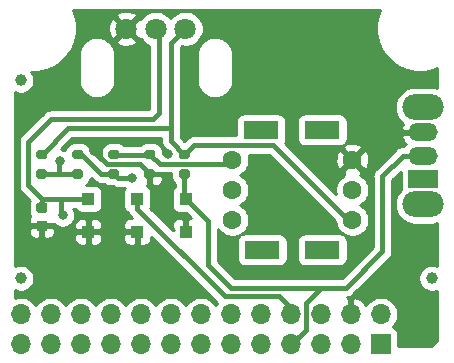
<source format=gbr>
G04 #@! TF.GenerationSoftware,KiCad,Pcbnew,(5.1.9)-1*
G04 #@! TF.CreationDate,2021-02-23T11:03:35+09:00*
G04 #@! TF.ProjectId,chassis,63686173-7369-4732-9e6b-696361645f70,rev?*
G04 #@! TF.SameCoordinates,Original*
G04 #@! TF.FileFunction,Copper,L1,Top*
G04 #@! TF.FilePolarity,Positive*
%FSLAX46Y46*%
G04 Gerber Fmt 4.6, Leading zero omitted, Abs format (unit mm)*
G04 Created by KiCad (PCBNEW (5.1.9)-1) date 2021-02-23 11:03:35*
%MOMM*%
%LPD*%
G01*
G04 APERTURE LIST*
G04 #@! TA.AperFunction,ComponentPad*
%ADD10C,1.800000*%
G04 #@! TD*
G04 #@! TA.AperFunction,SMDPad,CuDef*
%ADD11C,1.000000*%
G04 #@! TD*
G04 #@! TA.AperFunction,ComponentPad*
%ADD12R,3.000000X1.500000*%
G04 #@! TD*
G04 #@! TA.AperFunction,ComponentPad*
%ADD13C,1.600000*%
G04 #@! TD*
G04 #@! TA.AperFunction,SMDPad,CuDef*
%ADD14R,1.100000X1.100000*%
G04 #@! TD*
G04 #@! TA.AperFunction,ComponentPad*
%ADD15O,1.700000X1.700000*%
G04 #@! TD*
G04 #@! TA.AperFunction,ComponentPad*
%ADD16R,1.700000X1.700000*%
G04 #@! TD*
G04 #@! TA.AperFunction,ComponentPad*
%ADD17R,2.500000X1.500000*%
G04 #@! TD*
G04 #@! TA.AperFunction,ComponentPad*
%ADD18O,2.500000X1.500000*%
G04 #@! TD*
G04 #@! TA.AperFunction,ComponentPad*
%ADD19O,3.500000X2.200000*%
G04 #@! TD*
G04 #@! TA.AperFunction,ViaPad*
%ADD20C,0.800000*%
G04 #@! TD*
G04 #@! TA.AperFunction,Conductor*
%ADD21C,0.400000*%
G04 #@! TD*
G04 #@! TA.AperFunction,Conductor*
%ADD22C,0.254000*%
G04 #@! TD*
G04 #@! TA.AperFunction,Conductor*
%ADD23C,0.100000*%
G04 #@! TD*
G04 APERTURE END LIST*
D10*
X43474000Y-36782000D03*
X45974000Y-36782000D03*
X48474000Y-36782000D03*
D11*
X34544000Y-57912000D03*
X69342000Y-57912000D03*
X34544000Y-41148000D03*
D12*
X60071000Y-45339000D03*
X54881000Y-45339000D03*
X54991000Y-55499000D03*
X60071000Y-55499000D03*
D13*
X62611000Y-52959000D03*
X62611000Y-50419000D03*
X62611000Y-47879000D03*
X52451000Y-47879000D03*
X52451000Y-52959000D03*
X52451000Y-50419000D03*
D14*
X48514000Y-53978000D03*
X48514000Y-51178000D03*
X44386500Y-53978000D03*
X44386500Y-51178000D03*
X40259000Y-53978000D03*
X40259000Y-51178000D03*
G04 #@! TA.AperFunction,SMDPad,CuDef*
G36*
G01*
X36072000Y-53030000D02*
X36572000Y-53030000D01*
G75*
G02*
X36797000Y-53255000I0J-225000D01*
G01*
X36797000Y-53705000D01*
G75*
G02*
X36572000Y-53930000I-225000J0D01*
G01*
X36072000Y-53930000D01*
G75*
G02*
X35847000Y-53705000I0J225000D01*
G01*
X35847000Y-53255000D01*
G75*
G02*
X36072000Y-53030000I225000J0D01*
G01*
G37*
G04 #@! TD.AperFunction*
G04 #@! TA.AperFunction,SMDPad,CuDef*
G36*
G01*
X36072000Y-51480000D02*
X36572000Y-51480000D01*
G75*
G02*
X36797000Y-51705000I0J-225000D01*
G01*
X36797000Y-52155000D01*
G75*
G02*
X36572000Y-52380000I-225000J0D01*
G01*
X36072000Y-52380000D01*
G75*
G02*
X35847000Y-52155000I0J225000D01*
G01*
X35847000Y-51705000D01*
G75*
G02*
X36072000Y-51480000I225000J0D01*
G01*
G37*
G04 #@! TD.AperFunction*
G04 #@! TA.AperFunction,SMDPad,CuDef*
G36*
G01*
X48662000Y-47835000D02*
X48112000Y-47835000D01*
G75*
G02*
X47912000Y-47635000I0J200000D01*
G01*
X47912000Y-47235000D01*
G75*
G02*
X48112000Y-47035000I200000J0D01*
G01*
X48662000Y-47035000D01*
G75*
G02*
X48862000Y-47235000I0J-200000D01*
G01*
X48862000Y-47635000D01*
G75*
G02*
X48662000Y-47835000I-200000J0D01*
G01*
G37*
G04 #@! TD.AperFunction*
G04 #@! TA.AperFunction,SMDPad,CuDef*
G36*
G01*
X48662000Y-49485000D02*
X48112000Y-49485000D01*
G75*
G02*
X47912000Y-49285000I0J200000D01*
G01*
X47912000Y-48885000D01*
G75*
G02*
X48112000Y-48685000I200000J0D01*
G01*
X48662000Y-48685000D01*
G75*
G02*
X48862000Y-48885000I0J-200000D01*
G01*
X48862000Y-49285000D01*
G75*
G02*
X48662000Y-49485000I-200000J0D01*
G01*
G37*
G04 #@! TD.AperFunction*
G04 #@! TA.AperFunction,SMDPad,CuDef*
G36*
G01*
X45191000Y-48685000D02*
X45741000Y-48685000D01*
G75*
G02*
X45941000Y-48885000I0J-200000D01*
G01*
X45941000Y-49285000D01*
G75*
G02*
X45741000Y-49485000I-200000J0D01*
G01*
X45191000Y-49485000D01*
G75*
G02*
X44991000Y-49285000I0J200000D01*
G01*
X44991000Y-48885000D01*
G75*
G02*
X45191000Y-48685000I200000J0D01*
G01*
G37*
G04 #@! TD.AperFunction*
G04 #@! TA.AperFunction,SMDPad,CuDef*
G36*
G01*
X45191000Y-47035000D02*
X45741000Y-47035000D01*
G75*
G02*
X45941000Y-47235000I0J-200000D01*
G01*
X45941000Y-47635000D01*
G75*
G02*
X45741000Y-47835000I-200000J0D01*
G01*
X45191000Y-47835000D01*
G75*
G02*
X44991000Y-47635000I0J200000D01*
G01*
X44991000Y-47235000D01*
G75*
G02*
X45191000Y-47035000I200000J0D01*
G01*
G37*
G04 #@! TD.AperFunction*
G04 #@! TA.AperFunction,SMDPad,CuDef*
G36*
G01*
X42693000Y-47835000D02*
X42143000Y-47835000D01*
G75*
G02*
X41943000Y-47635000I0J200000D01*
G01*
X41943000Y-47235000D01*
G75*
G02*
X42143000Y-47035000I200000J0D01*
G01*
X42693000Y-47035000D01*
G75*
G02*
X42893000Y-47235000I0J-200000D01*
G01*
X42893000Y-47635000D01*
G75*
G02*
X42693000Y-47835000I-200000J0D01*
G01*
G37*
G04 #@! TD.AperFunction*
G04 #@! TA.AperFunction,SMDPad,CuDef*
G36*
G01*
X42693000Y-49485000D02*
X42143000Y-49485000D01*
G75*
G02*
X41943000Y-49285000I0J200000D01*
G01*
X41943000Y-48885000D01*
G75*
G02*
X42143000Y-48685000I200000J0D01*
G01*
X42693000Y-48685000D01*
G75*
G02*
X42893000Y-48885000I0J-200000D01*
G01*
X42893000Y-49285000D01*
G75*
G02*
X42693000Y-49485000I-200000J0D01*
G01*
G37*
G04 #@! TD.AperFunction*
G04 #@! TA.AperFunction,SMDPad,CuDef*
G36*
G01*
X39645000Y-47835000D02*
X39095000Y-47835000D01*
G75*
G02*
X38895000Y-47635000I0J200000D01*
G01*
X38895000Y-47235000D01*
G75*
G02*
X39095000Y-47035000I200000J0D01*
G01*
X39645000Y-47035000D01*
G75*
G02*
X39845000Y-47235000I0J-200000D01*
G01*
X39845000Y-47635000D01*
G75*
G02*
X39645000Y-47835000I-200000J0D01*
G01*
G37*
G04 #@! TD.AperFunction*
G04 #@! TA.AperFunction,SMDPad,CuDef*
G36*
G01*
X39645000Y-49485000D02*
X39095000Y-49485000D01*
G75*
G02*
X38895000Y-49285000I0J200000D01*
G01*
X38895000Y-48885000D01*
G75*
G02*
X39095000Y-48685000I200000J0D01*
G01*
X39645000Y-48685000D01*
G75*
G02*
X39845000Y-48885000I0J-200000D01*
G01*
X39845000Y-49285000D01*
G75*
G02*
X39645000Y-49485000I-200000J0D01*
G01*
G37*
G04 #@! TD.AperFunction*
G04 #@! TA.AperFunction,SMDPad,CuDef*
G36*
G01*
X36047000Y-48685000D02*
X36597000Y-48685000D01*
G75*
G02*
X36797000Y-48885000I0J-200000D01*
G01*
X36797000Y-49285000D01*
G75*
G02*
X36597000Y-49485000I-200000J0D01*
G01*
X36047000Y-49485000D01*
G75*
G02*
X35847000Y-49285000I0J200000D01*
G01*
X35847000Y-48885000D01*
G75*
G02*
X36047000Y-48685000I200000J0D01*
G01*
G37*
G04 #@! TD.AperFunction*
G04 #@! TA.AperFunction,SMDPad,CuDef*
G36*
G01*
X36047000Y-47035000D02*
X36597000Y-47035000D01*
G75*
G02*
X36797000Y-47235000I0J-200000D01*
G01*
X36797000Y-47635000D01*
G75*
G02*
X36597000Y-47835000I-200000J0D01*
G01*
X36047000Y-47835000D01*
G75*
G02*
X35847000Y-47635000I0J200000D01*
G01*
X35847000Y-47235000D01*
G75*
G02*
X36047000Y-47035000I200000J0D01*
G01*
G37*
G04 #@! TD.AperFunction*
D15*
X34544000Y-60960000D03*
X34544000Y-63500000D03*
X37084000Y-60960000D03*
X37084000Y-63500000D03*
X39624000Y-60960000D03*
X39624000Y-63500000D03*
X42164000Y-60960000D03*
X42164000Y-63500000D03*
X44704000Y-60960000D03*
X44704000Y-63500000D03*
X47244000Y-60960000D03*
X47244000Y-63500000D03*
X49784000Y-60960000D03*
X49784000Y-63500000D03*
X52324000Y-60960000D03*
X52324000Y-63500000D03*
X54864000Y-60960000D03*
X54864000Y-63500000D03*
X57404000Y-60960000D03*
X57404000Y-63500000D03*
X59944000Y-60960000D03*
X59944000Y-63500000D03*
X62484000Y-60960000D03*
X62484000Y-63500000D03*
X65024000Y-60960000D03*
D16*
X65024000Y-63500000D03*
D17*
X68580000Y-49530000D03*
D18*
X68580000Y-47530000D03*
X68580000Y-45530000D03*
D19*
X68580000Y-51630000D03*
X68580000Y-43430000D03*
D20*
X40767000Y-47107544D03*
X46609000Y-52578000D03*
X42545000Y-52578000D03*
X46990000Y-47371000D03*
X35052000Y-43561000D03*
X56261000Y-50927000D03*
X68580000Y-60960000D03*
X61468000Y-39624000D03*
X35052000Y-56388000D03*
X38100000Y-52578000D03*
X37846000Y-48006000D03*
X43942000Y-49403000D03*
D21*
X40767000Y-47231300D02*
X40767000Y-47107544D01*
X41795700Y-48260000D02*
X40767000Y-47231300D01*
X44641000Y-48260000D02*
X41795700Y-48260000D01*
X45466000Y-49085000D02*
X44641000Y-48260000D01*
X47180000Y-49085000D02*
X47193200Y-49098200D01*
X45466000Y-49085000D02*
X47180000Y-49085000D01*
X47244000Y-46292000D02*
X48387000Y-47435000D01*
X47244000Y-45720000D02*
X47244000Y-46292000D01*
X38545000Y-45212000D02*
X46990000Y-45212000D01*
X36322000Y-47435000D02*
X38545000Y-45212000D01*
X46990000Y-45212000D02*
X47244000Y-45212000D01*
X47244000Y-45212000D02*
X47244000Y-45720000D01*
X55880000Y-46609000D02*
X62611000Y-53340000D01*
X49213000Y-46609000D02*
X55880000Y-46609000D01*
X48387000Y-47435000D02*
X49213000Y-46609000D01*
X47244000Y-38012000D02*
X47244000Y-38608000D01*
X48474000Y-36782000D02*
X47244000Y-38012000D01*
X47244000Y-38608000D02*
X47244000Y-45212000D01*
X48387000Y-51051000D02*
X48514000Y-51178000D01*
X48387000Y-49085000D02*
X48387000Y-51051000D01*
X65151000Y-49276000D02*
X65151000Y-55626000D01*
X66897000Y-47530000D02*
X65151000Y-49276000D01*
X68580000Y-47530000D02*
X66897000Y-47530000D01*
X62075501Y-58701499D02*
X65151000Y-55626000D01*
X60352499Y-58701499D02*
X62075501Y-58701499D01*
X58654001Y-62249999D02*
X57404000Y-63500000D01*
X58654001Y-59963999D02*
X58654001Y-62249999D01*
X59916501Y-58701499D02*
X58654001Y-59963999D01*
X60352499Y-58701499D02*
X59916501Y-58701499D01*
X50419000Y-56769000D02*
X50419000Y-53083000D01*
X52351499Y-58701499D02*
X50419000Y-56769000D01*
X50419000Y-53083000D02*
X48514000Y-51178000D01*
X60352499Y-58701499D02*
X52351499Y-58701499D01*
X36322000Y-51178000D02*
X36322000Y-51930000D01*
X40386000Y-51178000D02*
X36322000Y-51178000D01*
X37976000Y-52454000D02*
X38100000Y-52578000D01*
X37976000Y-51178000D02*
X37976000Y-52454000D01*
X40386000Y-51178000D02*
X37976000Y-51178000D01*
X45720000Y-44450000D02*
X46228000Y-43942000D01*
X37084000Y-44450000D02*
X45720000Y-44450000D01*
X35179000Y-50038000D02*
X35179000Y-46355000D01*
X36319000Y-51178000D02*
X35179000Y-50038000D01*
X46228000Y-37290000D02*
X45974000Y-37036000D01*
X35179000Y-46355000D02*
X37084000Y-44450000D01*
X37976000Y-51178000D02*
X36319000Y-51178000D01*
X46228000Y-37036000D02*
X45974000Y-36782000D01*
X46228000Y-38354000D02*
X46228000Y-37036000D01*
X46228000Y-43942000D02*
X46228000Y-38354000D01*
X46228000Y-38354000D02*
X46228000Y-37290000D01*
X57404000Y-60452000D02*
X57404000Y-60960000D01*
X56388000Y-59436000D02*
X57404000Y-60452000D01*
X51787000Y-59436000D02*
X56388000Y-59436000D01*
X44386500Y-52035500D02*
X51787000Y-59436000D01*
X44386500Y-51178000D02*
X44386500Y-52035500D01*
X37782000Y-48070000D02*
X37846000Y-48006000D01*
X37782000Y-49085000D02*
X37782000Y-48070000D01*
X36322000Y-49085000D02*
X37782000Y-49085000D01*
X37782000Y-49085000D02*
X39370000Y-49085000D01*
X42736000Y-49403000D02*
X42418000Y-49085000D01*
X43942000Y-49403000D02*
X42736000Y-49403000D01*
X41338000Y-49085000D02*
X42418000Y-49085000D01*
X39688000Y-47435000D02*
X41338000Y-49085000D01*
X39370000Y-47435000D02*
X39688000Y-47435000D01*
X42418000Y-47435000D02*
X45466000Y-47435000D01*
X46291000Y-48260000D02*
X45466000Y-47435000D01*
X52451000Y-48260000D02*
X46291000Y-48260000D01*
D22*
X66691928Y-50280000D02*
X66703008Y-50392496D01*
X66697234Y-50397234D01*
X66480421Y-50661422D01*
X66319314Y-50962832D01*
X66220105Y-51289881D01*
X66186606Y-51630000D01*
X66220105Y-51970119D01*
X66319314Y-52297168D01*
X66480421Y-52598578D01*
X66697234Y-52862766D01*
X66961422Y-53079579D01*
X67262832Y-53240686D01*
X67589881Y-53339895D01*
X67844775Y-53365000D01*
X69315225Y-53365000D01*
X69570119Y-53339895D01*
X69815001Y-53265611D01*
X69815001Y-56879408D01*
X69673067Y-56820617D01*
X69453788Y-56777000D01*
X69230212Y-56777000D01*
X69010933Y-56820617D01*
X68804376Y-56906176D01*
X68618480Y-57030388D01*
X68460388Y-57188480D01*
X68336176Y-57374376D01*
X68250617Y-57580933D01*
X68207000Y-57800212D01*
X68207000Y-58023788D01*
X68250617Y-58243067D01*
X68336176Y-58449624D01*
X68460388Y-58635520D01*
X68618480Y-58793612D01*
X68804376Y-58917824D01*
X69010933Y-59003383D01*
X69230212Y-59047000D01*
X69453788Y-59047000D01*
X69673067Y-59003383D01*
X69815001Y-58944592D01*
X69815001Y-62700022D01*
X69790073Y-62954259D01*
X69739464Y-63121883D01*
X69657263Y-63276481D01*
X69546599Y-63412169D01*
X69411686Y-63523778D01*
X69257664Y-63607058D01*
X69090397Y-63658835D01*
X68841458Y-63685000D01*
X66512072Y-63685000D01*
X66512072Y-62650000D01*
X66499812Y-62525518D01*
X66463502Y-62405820D01*
X66404537Y-62295506D01*
X66325185Y-62198815D01*
X66228494Y-62119463D01*
X66118180Y-62060498D01*
X66045620Y-62038487D01*
X66177475Y-61906632D01*
X66339990Y-61663411D01*
X66451932Y-61393158D01*
X66509000Y-61106260D01*
X66509000Y-60813740D01*
X66451932Y-60526842D01*
X66339990Y-60256589D01*
X66177475Y-60013368D01*
X65970632Y-59806525D01*
X65727411Y-59644010D01*
X65457158Y-59532068D01*
X65170260Y-59475000D01*
X64877740Y-59475000D01*
X64590842Y-59532068D01*
X64320589Y-59644010D01*
X64077368Y-59806525D01*
X63870525Y-60013368D01*
X63748805Y-60195534D01*
X63679178Y-60078645D01*
X63484269Y-59862412D01*
X63250920Y-59688359D01*
X62988099Y-59563175D01*
X62840890Y-59518524D01*
X62611000Y-59639845D01*
X62611000Y-60833000D01*
X62631000Y-60833000D01*
X62631000Y-61087000D01*
X62611000Y-61087000D01*
X62611000Y-61107000D01*
X62357000Y-61107000D01*
X62357000Y-61087000D01*
X62337000Y-61087000D01*
X62337000Y-60833000D01*
X62357000Y-60833000D01*
X62357000Y-59639845D01*
X62154148Y-59532793D01*
X62239190Y-59524417D01*
X62396588Y-59476671D01*
X62541647Y-59399135D01*
X62668792Y-59294790D01*
X62694947Y-59262920D01*
X65712427Y-56245441D01*
X65744291Y-56219291D01*
X65848636Y-56092146D01*
X65926172Y-55947087D01*
X65973918Y-55789689D01*
X65986000Y-55667019D01*
X65986000Y-55667009D01*
X65990039Y-55626001D01*
X65986000Y-55584993D01*
X65986000Y-49621867D01*
X66691928Y-48915940D01*
X66691928Y-50280000D01*
G04 #@! TA.AperFunction,Conductor*
D23*
G36*
X66691928Y-50280000D02*
G01*
X66703008Y-50392496D01*
X66697234Y-50397234D01*
X66480421Y-50661422D01*
X66319314Y-50962832D01*
X66220105Y-51289881D01*
X66186606Y-51630000D01*
X66220105Y-51970119D01*
X66319314Y-52297168D01*
X66480421Y-52598578D01*
X66697234Y-52862766D01*
X66961422Y-53079579D01*
X67262832Y-53240686D01*
X67589881Y-53339895D01*
X67844775Y-53365000D01*
X69315225Y-53365000D01*
X69570119Y-53339895D01*
X69815001Y-53265611D01*
X69815001Y-56879408D01*
X69673067Y-56820617D01*
X69453788Y-56777000D01*
X69230212Y-56777000D01*
X69010933Y-56820617D01*
X68804376Y-56906176D01*
X68618480Y-57030388D01*
X68460388Y-57188480D01*
X68336176Y-57374376D01*
X68250617Y-57580933D01*
X68207000Y-57800212D01*
X68207000Y-58023788D01*
X68250617Y-58243067D01*
X68336176Y-58449624D01*
X68460388Y-58635520D01*
X68618480Y-58793612D01*
X68804376Y-58917824D01*
X69010933Y-59003383D01*
X69230212Y-59047000D01*
X69453788Y-59047000D01*
X69673067Y-59003383D01*
X69815001Y-58944592D01*
X69815001Y-62700022D01*
X69790073Y-62954259D01*
X69739464Y-63121883D01*
X69657263Y-63276481D01*
X69546599Y-63412169D01*
X69411686Y-63523778D01*
X69257664Y-63607058D01*
X69090397Y-63658835D01*
X68841458Y-63685000D01*
X66512072Y-63685000D01*
X66512072Y-62650000D01*
X66499812Y-62525518D01*
X66463502Y-62405820D01*
X66404537Y-62295506D01*
X66325185Y-62198815D01*
X66228494Y-62119463D01*
X66118180Y-62060498D01*
X66045620Y-62038487D01*
X66177475Y-61906632D01*
X66339990Y-61663411D01*
X66451932Y-61393158D01*
X66509000Y-61106260D01*
X66509000Y-60813740D01*
X66451932Y-60526842D01*
X66339990Y-60256589D01*
X66177475Y-60013368D01*
X65970632Y-59806525D01*
X65727411Y-59644010D01*
X65457158Y-59532068D01*
X65170260Y-59475000D01*
X64877740Y-59475000D01*
X64590842Y-59532068D01*
X64320589Y-59644010D01*
X64077368Y-59806525D01*
X63870525Y-60013368D01*
X63748805Y-60195534D01*
X63679178Y-60078645D01*
X63484269Y-59862412D01*
X63250920Y-59688359D01*
X62988099Y-59563175D01*
X62840890Y-59518524D01*
X62611000Y-59639845D01*
X62611000Y-60833000D01*
X62631000Y-60833000D01*
X62631000Y-61087000D01*
X62611000Y-61087000D01*
X62611000Y-61107000D01*
X62357000Y-61107000D01*
X62357000Y-61087000D01*
X62337000Y-61087000D01*
X62337000Y-60833000D01*
X62357000Y-60833000D01*
X62357000Y-59639845D01*
X62154148Y-59532793D01*
X62239190Y-59524417D01*
X62396588Y-59476671D01*
X62541647Y-59399135D01*
X62668792Y-59294790D01*
X62694947Y-59262920D01*
X65712427Y-56245441D01*
X65744291Y-56219291D01*
X65848636Y-56092146D01*
X65926172Y-55947087D01*
X65973918Y-55789689D01*
X65986000Y-55667019D01*
X65986000Y-55667009D01*
X65990039Y-55626001D01*
X65986000Y-55584993D01*
X65986000Y-49621867D01*
X66691928Y-48915940D01*
X66691928Y-50280000D01*
G37*
G04 #@! TD.AperFunction*
D22*
X64742227Y-35615874D02*
X64599000Y-36335923D01*
X64599000Y-37070077D01*
X64742227Y-37790126D01*
X65023176Y-38468396D01*
X65431050Y-39078824D01*
X65950176Y-39597950D01*
X66560604Y-40005824D01*
X67238874Y-40286773D01*
X67958923Y-40430000D01*
X68693077Y-40430000D01*
X69413126Y-40286773D01*
X69815000Y-40120311D01*
X69815000Y-41794389D01*
X69570119Y-41720105D01*
X69315225Y-41695000D01*
X67844775Y-41695000D01*
X67589881Y-41720105D01*
X67262832Y-41819314D01*
X66961422Y-41980421D01*
X66697234Y-42197234D01*
X66480421Y-42461422D01*
X66319314Y-42762832D01*
X66220105Y-43089881D01*
X66186606Y-43430000D01*
X66220105Y-43770119D01*
X66319314Y-44097168D01*
X66480421Y-44398578D01*
X66697234Y-44662766D01*
X66889023Y-44820163D01*
X66857858Y-44866132D01*
X66751827Y-45117316D01*
X66737682Y-45188815D01*
X66860344Y-45403000D01*
X68453000Y-45403000D01*
X68453000Y-45383000D01*
X68707000Y-45383000D01*
X68707000Y-45403000D01*
X68727000Y-45403000D01*
X68727000Y-45657000D01*
X68707000Y-45657000D01*
X68707000Y-45677000D01*
X68453000Y-45677000D01*
X68453000Y-45657000D01*
X66860344Y-45657000D01*
X66737682Y-45871185D01*
X66751827Y-45942684D01*
X66857858Y-46193868D01*
X67010855Y-46419540D01*
X67119409Y-46526642D01*
X67095919Y-46545919D01*
X66973571Y-46695000D01*
X66938018Y-46695000D01*
X66897000Y-46690960D01*
X66855981Y-46695000D01*
X66733311Y-46707082D01*
X66575913Y-46754828D01*
X66430854Y-46832364D01*
X66303709Y-46936709D01*
X66277563Y-46968568D01*
X64589579Y-48656554D01*
X64557709Y-48682709D01*
X64466574Y-48793759D01*
X64453364Y-48809855D01*
X64375828Y-48954914D01*
X64328082Y-49112312D01*
X64311960Y-49276000D01*
X64316000Y-49317019D01*
X64316001Y-55280131D01*
X61729634Y-57866499D01*
X59957519Y-57866499D01*
X59916501Y-57862459D01*
X59875483Y-57866499D01*
X52697367Y-57866499D01*
X51254000Y-56423133D01*
X51254000Y-53750494D01*
X51336363Y-53873759D01*
X51536241Y-54073637D01*
X51771273Y-54230680D01*
X52032426Y-54338853D01*
X52309665Y-54394000D01*
X52592335Y-54394000D01*
X52869574Y-54338853D01*
X53112338Y-54238297D01*
X53039815Y-54297815D01*
X52960463Y-54394506D01*
X52901498Y-54504820D01*
X52865188Y-54624518D01*
X52852928Y-54749000D01*
X52852928Y-56249000D01*
X52865188Y-56373482D01*
X52901498Y-56493180D01*
X52960463Y-56603494D01*
X53039815Y-56700185D01*
X53136506Y-56779537D01*
X53246820Y-56838502D01*
X53366518Y-56874812D01*
X53491000Y-56887072D01*
X56491000Y-56887072D01*
X56615482Y-56874812D01*
X56735180Y-56838502D01*
X56845494Y-56779537D01*
X56942185Y-56700185D01*
X57021537Y-56603494D01*
X57080502Y-56493180D01*
X57116812Y-56373482D01*
X57129072Y-56249000D01*
X57129072Y-54749000D01*
X57116812Y-54624518D01*
X57080502Y-54504820D01*
X57021537Y-54394506D01*
X56942185Y-54297815D01*
X56845494Y-54218463D01*
X56735180Y-54159498D01*
X56615482Y-54123188D01*
X56491000Y-54110928D01*
X53491000Y-54110928D01*
X53366518Y-54123188D01*
X53246820Y-54159498D01*
X53199021Y-54185047D01*
X53365759Y-54073637D01*
X53565637Y-53873759D01*
X53722680Y-53638727D01*
X53830853Y-53377574D01*
X53886000Y-53100335D01*
X53886000Y-52817665D01*
X53830853Y-52540426D01*
X53722680Y-52279273D01*
X53565637Y-52044241D01*
X53365759Y-51844363D01*
X53133241Y-51689000D01*
X53365759Y-51533637D01*
X53565637Y-51333759D01*
X53722680Y-51098727D01*
X53830853Y-50837574D01*
X53886000Y-50560335D01*
X53886000Y-50277665D01*
X53830853Y-50000426D01*
X53722680Y-49739273D01*
X53565637Y-49504241D01*
X53365759Y-49304363D01*
X53133241Y-49149000D01*
X53365759Y-48993637D01*
X53565637Y-48793759D01*
X53722680Y-48558727D01*
X53830853Y-48297574D01*
X53886000Y-48020335D01*
X53886000Y-47737665D01*
X53830853Y-47460426D01*
X53824049Y-47444000D01*
X55534133Y-47444000D01*
X61176000Y-53085868D01*
X61176000Y-53100335D01*
X61231147Y-53377574D01*
X61339320Y-53638727D01*
X61496363Y-53873759D01*
X61696241Y-54073637D01*
X61862979Y-54185047D01*
X61815180Y-54159498D01*
X61695482Y-54123188D01*
X61571000Y-54110928D01*
X58571000Y-54110928D01*
X58446518Y-54123188D01*
X58326820Y-54159498D01*
X58216506Y-54218463D01*
X58119815Y-54297815D01*
X58040463Y-54394506D01*
X57981498Y-54504820D01*
X57945188Y-54624518D01*
X57932928Y-54749000D01*
X57932928Y-56249000D01*
X57945188Y-56373482D01*
X57981498Y-56493180D01*
X58040463Y-56603494D01*
X58119815Y-56700185D01*
X58216506Y-56779537D01*
X58326820Y-56838502D01*
X58446518Y-56874812D01*
X58571000Y-56887072D01*
X61571000Y-56887072D01*
X61695482Y-56874812D01*
X61815180Y-56838502D01*
X61925494Y-56779537D01*
X62022185Y-56700185D01*
X62101537Y-56603494D01*
X62160502Y-56493180D01*
X62196812Y-56373482D01*
X62209072Y-56249000D01*
X62209072Y-54749000D01*
X62196812Y-54624518D01*
X62160502Y-54504820D01*
X62101537Y-54394506D01*
X62022185Y-54297815D01*
X61949662Y-54238297D01*
X62192426Y-54338853D01*
X62469665Y-54394000D01*
X62752335Y-54394000D01*
X63029574Y-54338853D01*
X63290727Y-54230680D01*
X63525759Y-54073637D01*
X63725637Y-53873759D01*
X63882680Y-53638727D01*
X63990853Y-53377574D01*
X64046000Y-53100335D01*
X64046000Y-52817665D01*
X63990853Y-52540426D01*
X63882680Y-52279273D01*
X63725637Y-52044241D01*
X63525759Y-51844363D01*
X63293241Y-51689000D01*
X63525759Y-51533637D01*
X63725637Y-51333759D01*
X63882680Y-51098727D01*
X63990853Y-50837574D01*
X64046000Y-50560335D01*
X64046000Y-50277665D01*
X63990853Y-50000426D01*
X63882680Y-49739273D01*
X63725637Y-49504241D01*
X63525759Y-49304363D01*
X63291872Y-49148085D01*
X63352514Y-49115671D01*
X63424097Y-48871702D01*
X62611000Y-48058605D01*
X61797903Y-48871702D01*
X61869486Y-49115671D01*
X61933992Y-49146194D01*
X61931273Y-49147320D01*
X61696241Y-49304363D01*
X61496363Y-49504241D01*
X61339320Y-49739273D01*
X61231147Y-50000426D01*
X61176000Y-50277665D01*
X61176000Y-50560335D01*
X61216672Y-50764804D01*
X58401380Y-47949512D01*
X61170783Y-47949512D01*
X61212213Y-48229130D01*
X61307397Y-48495292D01*
X61374329Y-48620514D01*
X61618298Y-48692097D01*
X62431395Y-47879000D01*
X62790605Y-47879000D01*
X63603702Y-48692097D01*
X63847671Y-48620514D01*
X63968571Y-48365004D01*
X64037300Y-48090816D01*
X64051217Y-47808488D01*
X64009787Y-47528870D01*
X63914603Y-47262708D01*
X63847671Y-47137486D01*
X63603702Y-47065903D01*
X62790605Y-47879000D01*
X62431395Y-47879000D01*
X61618298Y-47065903D01*
X61374329Y-47137486D01*
X61253429Y-47392996D01*
X61184700Y-47667184D01*
X61170783Y-47949512D01*
X58401380Y-47949512D01*
X56904246Y-46452379D01*
X56911537Y-46443494D01*
X56970502Y-46333180D01*
X57006812Y-46213482D01*
X57019072Y-46089000D01*
X57019072Y-44589000D01*
X57932928Y-44589000D01*
X57932928Y-46089000D01*
X57945188Y-46213482D01*
X57981498Y-46333180D01*
X58040463Y-46443494D01*
X58119815Y-46540185D01*
X58216506Y-46619537D01*
X58326820Y-46678502D01*
X58446518Y-46714812D01*
X58571000Y-46727072D01*
X61571000Y-46727072D01*
X61695482Y-46714812D01*
X61815180Y-46678502D01*
X61867000Y-46650803D01*
X61797903Y-46886298D01*
X62611000Y-47699395D01*
X63424097Y-46886298D01*
X63352514Y-46642329D01*
X63097004Y-46521429D01*
X62822816Y-46452700D01*
X62540488Y-46438783D01*
X62260870Y-46480213D01*
X61994708Y-46575397D01*
X61950461Y-46599048D01*
X62022185Y-46540185D01*
X62101537Y-46443494D01*
X62160502Y-46333180D01*
X62196812Y-46213482D01*
X62209072Y-46089000D01*
X62209072Y-44589000D01*
X62196812Y-44464518D01*
X62160502Y-44344820D01*
X62101537Y-44234506D01*
X62022185Y-44137815D01*
X61925494Y-44058463D01*
X61815180Y-43999498D01*
X61695482Y-43963188D01*
X61571000Y-43950928D01*
X58571000Y-43950928D01*
X58446518Y-43963188D01*
X58326820Y-43999498D01*
X58216506Y-44058463D01*
X58119815Y-44137815D01*
X58040463Y-44234506D01*
X57981498Y-44344820D01*
X57945188Y-44464518D01*
X57932928Y-44589000D01*
X57019072Y-44589000D01*
X57006812Y-44464518D01*
X56970502Y-44344820D01*
X56911537Y-44234506D01*
X56832185Y-44137815D01*
X56735494Y-44058463D01*
X56625180Y-43999498D01*
X56505482Y-43963188D01*
X56381000Y-43950928D01*
X53381000Y-43950928D01*
X53256518Y-43963188D01*
X53136820Y-43999498D01*
X53026506Y-44058463D01*
X52929815Y-44137815D01*
X52850463Y-44234506D01*
X52791498Y-44344820D01*
X52755188Y-44464518D01*
X52742928Y-44589000D01*
X52742928Y-45774000D01*
X49254007Y-45774000D01*
X49212999Y-45769961D01*
X49171991Y-45774000D01*
X49171981Y-45774000D01*
X49049311Y-45786082D01*
X48891913Y-45833828D01*
X48746854Y-45911364D01*
X48619709Y-46015709D01*
X48593558Y-46047574D01*
X48387000Y-46254132D01*
X48079000Y-45946133D01*
X48079000Y-45253019D01*
X48083040Y-45212000D01*
X48079000Y-45170981D01*
X48079000Y-38956593D01*
X49439000Y-38956593D01*
X49439001Y-41207408D01*
X49461211Y-41432913D01*
X49548984Y-41722261D01*
X49691520Y-41988927D01*
X49883340Y-42222661D01*
X50117074Y-42414481D01*
X50383740Y-42557017D01*
X50673088Y-42644790D01*
X50974000Y-42674427D01*
X51274913Y-42644790D01*
X51564261Y-42557017D01*
X51830927Y-42414481D01*
X52064661Y-42222661D01*
X52256481Y-41988927D01*
X52399017Y-41722261D01*
X52486790Y-41432913D01*
X52509000Y-41207408D01*
X52509000Y-38956592D01*
X52486790Y-38731087D01*
X52399017Y-38441739D01*
X52256481Y-38175073D01*
X52064661Y-37941339D01*
X51830926Y-37749519D01*
X51564260Y-37606983D01*
X51274912Y-37519210D01*
X50974000Y-37489573D01*
X50673087Y-37519210D01*
X50383739Y-37606983D01*
X50117073Y-37749519D01*
X49883339Y-37941339D01*
X49691519Y-38175074D01*
X49548983Y-38441740D01*
X49461210Y-38731088D01*
X49439000Y-38956593D01*
X48079000Y-38956593D01*
X48079000Y-38357867D01*
X48153539Y-38283329D01*
X48322816Y-38317000D01*
X48625184Y-38317000D01*
X48921743Y-38258011D01*
X49201095Y-38142299D01*
X49452505Y-37974312D01*
X49666312Y-37760505D01*
X49834299Y-37509095D01*
X49950011Y-37229743D01*
X50009000Y-36933184D01*
X50009000Y-36630816D01*
X49950011Y-36334257D01*
X49834299Y-36054905D01*
X49666312Y-35803495D01*
X49452505Y-35589688D01*
X49201095Y-35421701D01*
X48921743Y-35305989D01*
X48625184Y-35247000D01*
X48322816Y-35247000D01*
X48026257Y-35305989D01*
X47746905Y-35421701D01*
X47495495Y-35589688D01*
X47281688Y-35803495D01*
X47224000Y-35889831D01*
X47166312Y-35803495D01*
X46952505Y-35589688D01*
X46701095Y-35421701D01*
X46421743Y-35305989D01*
X46125184Y-35247000D01*
X45822816Y-35247000D01*
X45526257Y-35305989D01*
X45246905Y-35421701D01*
X44995495Y-35589688D01*
X44781688Y-35803495D01*
X44686262Y-35946310D01*
X44538080Y-35897525D01*
X43653605Y-36782000D01*
X44538080Y-37666475D01*
X44686262Y-37617690D01*
X44781688Y-37760505D01*
X44995495Y-37974312D01*
X45246905Y-38142299D01*
X45393000Y-38202814D01*
X45393000Y-38395018D01*
X45393001Y-38395028D01*
X45393000Y-43596133D01*
X45374133Y-43615000D01*
X37125018Y-43615000D01*
X37084000Y-43610960D01*
X37042981Y-43615000D01*
X36920311Y-43627082D01*
X36762913Y-43674828D01*
X36617854Y-43752364D01*
X36490709Y-43856709D01*
X36464563Y-43888568D01*
X34617574Y-45735559D01*
X34585710Y-45761709D01*
X34533067Y-45825855D01*
X34481364Y-45888855D01*
X34403828Y-46033914D01*
X34356082Y-46191312D01*
X34339960Y-46355000D01*
X34344001Y-46396028D01*
X34344000Y-49996981D01*
X34339960Y-50038000D01*
X34344000Y-50079018D01*
X34356082Y-50201688D01*
X34403828Y-50359086D01*
X34481364Y-50504145D01*
X34585709Y-50631291D01*
X34617579Y-50657446D01*
X35295603Y-51335470D01*
X35274625Y-51374717D01*
X35225512Y-51536623D01*
X35208928Y-51705000D01*
X35208928Y-52155000D01*
X35225512Y-52323377D01*
X35274625Y-52485283D01*
X35352700Y-52631351D01*
X35316463Y-52675506D01*
X35257498Y-52785820D01*
X35221188Y-52905518D01*
X35208928Y-53030000D01*
X35212000Y-53194250D01*
X35370750Y-53353000D01*
X36195000Y-53353000D01*
X36195000Y-53333000D01*
X36449000Y-53333000D01*
X36449000Y-53353000D01*
X37273250Y-53353000D01*
X37342270Y-53283981D01*
X37440226Y-53381937D01*
X37609744Y-53495205D01*
X37798102Y-53573226D01*
X37998061Y-53613000D01*
X38201939Y-53613000D01*
X38401898Y-53573226D01*
X38590256Y-53495205D01*
X38690835Y-53428000D01*
X39070928Y-53428000D01*
X39074000Y-53692250D01*
X39232750Y-53851000D01*
X40132000Y-53851000D01*
X40132000Y-52951750D01*
X40386000Y-52951750D01*
X40386000Y-53851000D01*
X41285250Y-53851000D01*
X41444000Y-53692250D01*
X41447072Y-53428000D01*
X41434812Y-53303518D01*
X41398502Y-53183820D01*
X41339537Y-53073506D01*
X41260185Y-52976815D01*
X41163494Y-52897463D01*
X41053180Y-52838498D01*
X40933482Y-52802188D01*
X40809000Y-52789928D01*
X40544750Y-52793000D01*
X40386000Y-52951750D01*
X40132000Y-52951750D01*
X39973250Y-52793000D01*
X39709000Y-52789928D01*
X39584518Y-52802188D01*
X39464820Y-52838498D01*
X39354506Y-52897463D01*
X39257815Y-52976815D01*
X39178463Y-53073506D01*
X39119498Y-53183820D01*
X39083188Y-53303518D01*
X39070928Y-53428000D01*
X38690835Y-53428000D01*
X38759774Y-53381937D01*
X38903937Y-53237774D01*
X39017205Y-53068256D01*
X39095226Y-52879898D01*
X39135000Y-52679939D01*
X39135000Y-52476061D01*
X39095226Y-52276102D01*
X39017205Y-52087744D01*
X38967263Y-52013000D01*
X39141317Y-52013000D01*
X39178463Y-52082494D01*
X39257815Y-52179185D01*
X39354506Y-52258537D01*
X39464820Y-52317502D01*
X39584518Y-52353812D01*
X39709000Y-52366072D01*
X40809000Y-52366072D01*
X40933482Y-52353812D01*
X41053180Y-52317502D01*
X41163494Y-52258537D01*
X41260185Y-52179185D01*
X41339537Y-52082494D01*
X41398502Y-51972180D01*
X41434812Y-51852482D01*
X41447072Y-51728000D01*
X41447072Y-50628000D01*
X41434812Y-50503518D01*
X41398502Y-50383820D01*
X41339537Y-50273506D01*
X41260185Y-50176815D01*
X41163494Y-50097463D01*
X41053180Y-50038498D01*
X40933482Y-50002188D01*
X40809000Y-49989928D01*
X40095460Y-49989928D01*
X40110608Y-49981831D01*
X40237606Y-49877606D01*
X40341831Y-49750608D01*
X40419278Y-49605716D01*
X40466969Y-49448500D01*
X40471780Y-49399648D01*
X40718559Y-49646426D01*
X40744709Y-49678291D01*
X40871854Y-49782636D01*
X41016913Y-49860172D01*
X41174311Y-49907918D01*
X41296981Y-49920000D01*
X41296991Y-49920000D01*
X41337999Y-49924039D01*
X41379007Y-49920000D01*
X41602051Y-49920000D01*
X41677392Y-49981831D01*
X41822284Y-50059278D01*
X41979500Y-50106969D01*
X42143000Y-50123072D01*
X42311829Y-50123072D01*
X42414913Y-50178172D01*
X42572311Y-50225918D01*
X42736000Y-50242040D01*
X42777018Y-50238000D01*
X43328715Y-50238000D01*
X43332840Y-50240756D01*
X43305963Y-50273506D01*
X43246998Y-50383820D01*
X43210688Y-50503518D01*
X43198428Y-50628000D01*
X43198428Y-51728000D01*
X43210688Y-51852482D01*
X43246998Y-51972180D01*
X43305963Y-52082494D01*
X43385315Y-52179185D01*
X43482006Y-52258537D01*
X43592320Y-52317502D01*
X43600197Y-52319891D01*
X43611328Y-52356586D01*
X43687698Y-52499463D01*
X43688865Y-52501646D01*
X43793210Y-52628791D01*
X43825074Y-52654941D01*
X43961514Y-52791381D01*
X43836500Y-52789928D01*
X43712018Y-52802188D01*
X43592320Y-52838498D01*
X43482006Y-52897463D01*
X43385315Y-52976815D01*
X43305963Y-53073506D01*
X43246998Y-53183820D01*
X43210688Y-53303518D01*
X43198428Y-53428000D01*
X43201500Y-53692250D01*
X43360250Y-53851000D01*
X44259500Y-53851000D01*
X44259500Y-53831000D01*
X44513500Y-53831000D01*
X44513500Y-53851000D01*
X44533500Y-53851000D01*
X44533500Y-54105000D01*
X44513500Y-54105000D01*
X44513500Y-55004250D01*
X44672250Y-55163000D01*
X44936500Y-55166072D01*
X45060982Y-55153812D01*
X45180680Y-55117502D01*
X45290994Y-55058537D01*
X45387685Y-54979185D01*
X45467037Y-54882494D01*
X45526002Y-54772180D01*
X45562312Y-54652482D01*
X45574572Y-54528000D01*
X45573119Y-54402986D01*
X51167559Y-59997427D01*
X51176081Y-60007812D01*
X51170525Y-60013368D01*
X51054000Y-60187760D01*
X50937475Y-60013368D01*
X50730632Y-59806525D01*
X50487411Y-59644010D01*
X50217158Y-59532068D01*
X49930260Y-59475000D01*
X49637740Y-59475000D01*
X49350842Y-59532068D01*
X49080589Y-59644010D01*
X48837368Y-59806525D01*
X48630525Y-60013368D01*
X48514000Y-60187760D01*
X48397475Y-60013368D01*
X48190632Y-59806525D01*
X47947411Y-59644010D01*
X47677158Y-59532068D01*
X47390260Y-59475000D01*
X47097740Y-59475000D01*
X46810842Y-59532068D01*
X46540589Y-59644010D01*
X46297368Y-59806525D01*
X46090525Y-60013368D01*
X45974000Y-60187760D01*
X45857475Y-60013368D01*
X45650632Y-59806525D01*
X45407411Y-59644010D01*
X45137158Y-59532068D01*
X44850260Y-59475000D01*
X44557740Y-59475000D01*
X44270842Y-59532068D01*
X44000589Y-59644010D01*
X43757368Y-59806525D01*
X43550525Y-60013368D01*
X43434000Y-60187760D01*
X43317475Y-60013368D01*
X43110632Y-59806525D01*
X42867411Y-59644010D01*
X42597158Y-59532068D01*
X42310260Y-59475000D01*
X42017740Y-59475000D01*
X41730842Y-59532068D01*
X41460589Y-59644010D01*
X41217368Y-59806525D01*
X41010525Y-60013368D01*
X40894000Y-60187760D01*
X40777475Y-60013368D01*
X40570632Y-59806525D01*
X40327411Y-59644010D01*
X40057158Y-59532068D01*
X39770260Y-59475000D01*
X39477740Y-59475000D01*
X39190842Y-59532068D01*
X38920589Y-59644010D01*
X38677368Y-59806525D01*
X38470525Y-60013368D01*
X38354000Y-60187760D01*
X38237475Y-60013368D01*
X38030632Y-59806525D01*
X37787411Y-59644010D01*
X37517158Y-59532068D01*
X37230260Y-59475000D01*
X36937740Y-59475000D01*
X36650842Y-59532068D01*
X36380589Y-59644010D01*
X36137368Y-59806525D01*
X35930525Y-60013368D01*
X35814000Y-60187760D01*
X35697475Y-60013368D01*
X35490632Y-59806525D01*
X35247411Y-59644010D01*
X34977158Y-59532068D01*
X34690260Y-59475000D01*
X34397740Y-59475000D01*
X34110842Y-59532068D01*
X34020000Y-59569696D01*
X34020000Y-58923467D01*
X34212933Y-59003383D01*
X34432212Y-59047000D01*
X34655788Y-59047000D01*
X34875067Y-59003383D01*
X35081624Y-58917824D01*
X35267520Y-58793612D01*
X35425612Y-58635520D01*
X35549824Y-58449624D01*
X35635383Y-58243067D01*
X35679000Y-58023788D01*
X35679000Y-57800212D01*
X35635383Y-57580933D01*
X35549824Y-57374376D01*
X35425612Y-57188480D01*
X35267520Y-57030388D01*
X35081624Y-56906176D01*
X34875067Y-56820617D01*
X34655788Y-56777000D01*
X34432212Y-56777000D01*
X34212933Y-56820617D01*
X34020000Y-56900533D01*
X34020000Y-53930000D01*
X35208928Y-53930000D01*
X35221188Y-54054482D01*
X35257498Y-54174180D01*
X35316463Y-54284494D01*
X35395815Y-54381185D01*
X35492506Y-54460537D01*
X35602820Y-54519502D01*
X35722518Y-54555812D01*
X35847000Y-54568072D01*
X36036250Y-54565000D01*
X36195000Y-54406250D01*
X36195000Y-53607000D01*
X36449000Y-53607000D01*
X36449000Y-54406250D01*
X36607750Y-54565000D01*
X36797000Y-54568072D01*
X36921482Y-54555812D01*
X37013165Y-54528000D01*
X39070928Y-54528000D01*
X39083188Y-54652482D01*
X39119498Y-54772180D01*
X39178463Y-54882494D01*
X39257815Y-54979185D01*
X39354506Y-55058537D01*
X39464820Y-55117502D01*
X39584518Y-55153812D01*
X39709000Y-55166072D01*
X39973250Y-55163000D01*
X40132000Y-55004250D01*
X40132000Y-54105000D01*
X40386000Y-54105000D01*
X40386000Y-55004250D01*
X40544750Y-55163000D01*
X40809000Y-55166072D01*
X40933482Y-55153812D01*
X41053180Y-55117502D01*
X41163494Y-55058537D01*
X41260185Y-54979185D01*
X41339537Y-54882494D01*
X41398502Y-54772180D01*
X41434812Y-54652482D01*
X41447072Y-54528000D01*
X43198428Y-54528000D01*
X43210688Y-54652482D01*
X43246998Y-54772180D01*
X43305963Y-54882494D01*
X43385315Y-54979185D01*
X43482006Y-55058537D01*
X43592320Y-55117502D01*
X43712018Y-55153812D01*
X43836500Y-55166072D01*
X44100750Y-55163000D01*
X44259500Y-55004250D01*
X44259500Y-54105000D01*
X43360250Y-54105000D01*
X43201500Y-54263750D01*
X43198428Y-54528000D01*
X41447072Y-54528000D01*
X41444000Y-54263750D01*
X41285250Y-54105000D01*
X40386000Y-54105000D01*
X40132000Y-54105000D01*
X39232750Y-54105000D01*
X39074000Y-54263750D01*
X39070928Y-54528000D01*
X37013165Y-54528000D01*
X37041180Y-54519502D01*
X37151494Y-54460537D01*
X37248185Y-54381185D01*
X37327537Y-54284494D01*
X37386502Y-54174180D01*
X37422812Y-54054482D01*
X37435072Y-53930000D01*
X37432000Y-53765750D01*
X37273250Y-53607000D01*
X36449000Y-53607000D01*
X36195000Y-53607000D01*
X35370750Y-53607000D01*
X35212000Y-53765750D01*
X35208928Y-53930000D01*
X34020000Y-53930000D01*
X34020000Y-42159467D01*
X34212933Y-42239383D01*
X34432212Y-42283000D01*
X34655788Y-42283000D01*
X34875067Y-42239383D01*
X35081624Y-42153824D01*
X35267520Y-42029612D01*
X35425612Y-41871520D01*
X35549824Y-41685624D01*
X35635383Y-41479067D01*
X35679000Y-41259788D01*
X35679000Y-41036212D01*
X35635383Y-40816933D01*
X35549824Y-40610376D01*
X35429300Y-40430000D01*
X35927077Y-40430000D01*
X36647126Y-40286773D01*
X37325396Y-40005824D01*
X37935824Y-39597950D01*
X38454950Y-39078824D01*
X38536621Y-38956593D01*
X39439000Y-38956593D01*
X39439001Y-41207408D01*
X39461211Y-41432913D01*
X39548984Y-41722261D01*
X39691520Y-41988927D01*
X39883340Y-42222661D01*
X40117074Y-42414481D01*
X40383740Y-42557017D01*
X40673088Y-42644790D01*
X40974000Y-42674427D01*
X41274913Y-42644790D01*
X41564261Y-42557017D01*
X41830927Y-42414481D01*
X42064661Y-42222661D01*
X42256481Y-41988927D01*
X42399017Y-41722261D01*
X42486790Y-41432913D01*
X42509000Y-41207408D01*
X42509000Y-38956592D01*
X42486790Y-38731087D01*
X42399017Y-38441739D01*
X42256481Y-38175073D01*
X42064661Y-37941339D01*
X41948587Y-37846080D01*
X42589525Y-37846080D01*
X42673208Y-38100261D01*
X42945775Y-38231158D01*
X43238642Y-38306365D01*
X43540553Y-38322991D01*
X43839907Y-38280397D01*
X44125199Y-38180222D01*
X44274792Y-38100261D01*
X44358475Y-37846080D01*
X43474000Y-36961605D01*
X42589525Y-37846080D01*
X41948587Y-37846080D01*
X41830926Y-37749519D01*
X41564260Y-37606983D01*
X41274912Y-37519210D01*
X40974000Y-37489573D01*
X40673087Y-37519210D01*
X40383739Y-37606983D01*
X40117073Y-37749519D01*
X39883339Y-37941339D01*
X39691519Y-38175074D01*
X39548983Y-38441740D01*
X39461210Y-38731088D01*
X39439000Y-38956593D01*
X38536621Y-38956593D01*
X38862824Y-38468396D01*
X39143773Y-37790126D01*
X39287000Y-37070077D01*
X39287000Y-36848553D01*
X41933009Y-36848553D01*
X41975603Y-37147907D01*
X42075778Y-37433199D01*
X42155739Y-37582792D01*
X42409920Y-37666475D01*
X43294395Y-36782000D01*
X42409920Y-35897525D01*
X42155739Y-35981208D01*
X42024842Y-36253775D01*
X41949635Y-36546642D01*
X41933009Y-36848553D01*
X39287000Y-36848553D01*
X39287000Y-36335923D01*
X39164072Y-35717920D01*
X42589525Y-35717920D01*
X43474000Y-36602395D01*
X44358475Y-35717920D01*
X44274792Y-35463739D01*
X44002225Y-35332842D01*
X43709358Y-35257635D01*
X43407447Y-35241009D01*
X43108093Y-35283603D01*
X42822801Y-35383778D01*
X42673208Y-35463739D01*
X42589525Y-35717920D01*
X39164072Y-35717920D01*
X39143773Y-35615874D01*
X38977311Y-35214000D01*
X64908689Y-35214000D01*
X64742227Y-35615874D01*
G04 #@! TA.AperFunction,Conductor*
D23*
G36*
X64742227Y-35615874D02*
G01*
X64599000Y-36335923D01*
X64599000Y-37070077D01*
X64742227Y-37790126D01*
X65023176Y-38468396D01*
X65431050Y-39078824D01*
X65950176Y-39597950D01*
X66560604Y-40005824D01*
X67238874Y-40286773D01*
X67958923Y-40430000D01*
X68693077Y-40430000D01*
X69413126Y-40286773D01*
X69815000Y-40120311D01*
X69815000Y-41794389D01*
X69570119Y-41720105D01*
X69315225Y-41695000D01*
X67844775Y-41695000D01*
X67589881Y-41720105D01*
X67262832Y-41819314D01*
X66961422Y-41980421D01*
X66697234Y-42197234D01*
X66480421Y-42461422D01*
X66319314Y-42762832D01*
X66220105Y-43089881D01*
X66186606Y-43430000D01*
X66220105Y-43770119D01*
X66319314Y-44097168D01*
X66480421Y-44398578D01*
X66697234Y-44662766D01*
X66889023Y-44820163D01*
X66857858Y-44866132D01*
X66751827Y-45117316D01*
X66737682Y-45188815D01*
X66860344Y-45403000D01*
X68453000Y-45403000D01*
X68453000Y-45383000D01*
X68707000Y-45383000D01*
X68707000Y-45403000D01*
X68727000Y-45403000D01*
X68727000Y-45657000D01*
X68707000Y-45657000D01*
X68707000Y-45677000D01*
X68453000Y-45677000D01*
X68453000Y-45657000D01*
X66860344Y-45657000D01*
X66737682Y-45871185D01*
X66751827Y-45942684D01*
X66857858Y-46193868D01*
X67010855Y-46419540D01*
X67119409Y-46526642D01*
X67095919Y-46545919D01*
X66973571Y-46695000D01*
X66938018Y-46695000D01*
X66897000Y-46690960D01*
X66855981Y-46695000D01*
X66733311Y-46707082D01*
X66575913Y-46754828D01*
X66430854Y-46832364D01*
X66303709Y-46936709D01*
X66277563Y-46968568D01*
X64589579Y-48656554D01*
X64557709Y-48682709D01*
X64466574Y-48793759D01*
X64453364Y-48809855D01*
X64375828Y-48954914D01*
X64328082Y-49112312D01*
X64311960Y-49276000D01*
X64316000Y-49317019D01*
X64316001Y-55280131D01*
X61729634Y-57866499D01*
X59957519Y-57866499D01*
X59916501Y-57862459D01*
X59875483Y-57866499D01*
X52697367Y-57866499D01*
X51254000Y-56423133D01*
X51254000Y-53750494D01*
X51336363Y-53873759D01*
X51536241Y-54073637D01*
X51771273Y-54230680D01*
X52032426Y-54338853D01*
X52309665Y-54394000D01*
X52592335Y-54394000D01*
X52869574Y-54338853D01*
X53112338Y-54238297D01*
X53039815Y-54297815D01*
X52960463Y-54394506D01*
X52901498Y-54504820D01*
X52865188Y-54624518D01*
X52852928Y-54749000D01*
X52852928Y-56249000D01*
X52865188Y-56373482D01*
X52901498Y-56493180D01*
X52960463Y-56603494D01*
X53039815Y-56700185D01*
X53136506Y-56779537D01*
X53246820Y-56838502D01*
X53366518Y-56874812D01*
X53491000Y-56887072D01*
X56491000Y-56887072D01*
X56615482Y-56874812D01*
X56735180Y-56838502D01*
X56845494Y-56779537D01*
X56942185Y-56700185D01*
X57021537Y-56603494D01*
X57080502Y-56493180D01*
X57116812Y-56373482D01*
X57129072Y-56249000D01*
X57129072Y-54749000D01*
X57116812Y-54624518D01*
X57080502Y-54504820D01*
X57021537Y-54394506D01*
X56942185Y-54297815D01*
X56845494Y-54218463D01*
X56735180Y-54159498D01*
X56615482Y-54123188D01*
X56491000Y-54110928D01*
X53491000Y-54110928D01*
X53366518Y-54123188D01*
X53246820Y-54159498D01*
X53199021Y-54185047D01*
X53365759Y-54073637D01*
X53565637Y-53873759D01*
X53722680Y-53638727D01*
X53830853Y-53377574D01*
X53886000Y-53100335D01*
X53886000Y-52817665D01*
X53830853Y-52540426D01*
X53722680Y-52279273D01*
X53565637Y-52044241D01*
X53365759Y-51844363D01*
X53133241Y-51689000D01*
X53365759Y-51533637D01*
X53565637Y-51333759D01*
X53722680Y-51098727D01*
X53830853Y-50837574D01*
X53886000Y-50560335D01*
X53886000Y-50277665D01*
X53830853Y-50000426D01*
X53722680Y-49739273D01*
X53565637Y-49504241D01*
X53365759Y-49304363D01*
X53133241Y-49149000D01*
X53365759Y-48993637D01*
X53565637Y-48793759D01*
X53722680Y-48558727D01*
X53830853Y-48297574D01*
X53886000Y-48020335D01*
X53886000Y-47737665D01*
X53830853Y-47460426D01*
X53824049Y-47444000D01*
X55534133Y-47444000D01*
X61176000Y-53085868D01*
X61176000Y-53100335D01*
X61231147Y-53377574D01*
X61339320Y-53638727D01*
X61496363Y-53873759D01*
X61696241Y-54073637D01*
X61862979Y-54185047D01*
X61815180Y-54159498D01*
X61695482Y-54123188D01*
X61571000Y-54110928D01*
X58571000Y-54110928D01*
X58446518Y-54123188D01*
X58326820Y-54159498D01*
X58216506Y-54218463D01*
X58119815Y-54297815D01*
X58040463Y-54394506D01*
X57981498Y-54504820D01*
X57945188Y-54624518D01*
X57932928Y-54749000D01*
X57932928Y-56249000D01*
X57945188Y-56373482D01*
X57981498Y-56493180D01*
X58040463Y-56603494D01*
X58119815Y-56700185D01*
X58216506Y-56779537D01*
X58326820Y-56838502D01*
X58446518Y-56874812D01*
X58571000Y-56887072D01*
X61571000Y-56887072D01*
X61695482Y-56874812D01*
X61815180Y-56838502D01*
X61925494Y-56779537D01*
X62022185Y-56700185D01*
X62101537Y-56603494D01*
X62160502Y-56493180D01*
X62196812Y-56373482D01*
X62209072Y-56249000D01*
X62209072Y-54749000D01*
X62196812Y-54624518D01*
X62160502Y-54504820D01*
X62101537Y-54394506D01*
X62022185Y-54297815D01*
X61949662Y-54238297D01*
X62192426Y-54338853D01*
X62469665Y-54394000D01*
X62752335Y-54394000D01*
X63029574Y-54338853D01*
X63290727Y-54230680D01*
X63525759Y-54073637D01*
X63725637Y-53873759D01*
X63882680Y-53638727D01*
X63990853Y-53377574D01*
X64046000Y-53100335D01*
X64046000Y-52817665D01*
X63990853Y-52540426D01*
X63882680Y-52279273D01*
X63725637Y-52044241D01*
X63525759Y-51844363D01*
X63293241Y-51689000D01*
X63525759Y-51533637D01*
X63725637Y-51333759D01*
X63882680Y-51098727D01*
X63990853Y-50837574D01*
X64046000Y-50560335D01*
X64046000Y-50277665D01*
X63990853Y-50000426D01*
X63882680Y-49739273D01*
X63725637Y-49504241D01*
X63525759Y-49304363D01*
X63291872Y-49148085D01*
X63352514Y-49115671D01*
X63424097Y-48871702D01*
X62611000Y-48058605D01*
X61797903Y-48871702D01*
X61869486Y-49115671D01*
X61933992Y-49146194D01*
X61931273Y-49147320D01*
X61696241Y-49304363D01*
X61496363Y-49504241D01*
X61339320Y-49739273D01*
X61231147Y-50000426D01*
X61176000Y-50277665D01*
X61176000Y-50560335D01*
X61216672Y-50764804D01*
X58401380Y-47949512D01*
X61170783Y-47949512D01*
X61212213Y-48229130D01*
X61307397Y-48495292D01*
X61374329Y-48620514D01*
X61618298Y-48692097D01*
X62431395Y-47879000D01*
X62790605Y-47879000D01*
X63603702Y-48692097D01*
X63847671Y-48620514D01*
X63968571Y-48365004D01*
X64037300Y-48090816D01*
X64051217Y-47808488D01*
X64009787Y-47528870D01*
X63914603Y-47262708D01*
X63847671Y-47137486D01*
X63603702Y-47065903D01*
X62790605Y-47879000D01*
X62431395Y-47879000D01*
X61618298Y-47065903D01*
X61374329Y-47137486D01*
X61253429Y-47392996D01*
X61184700Y-47667184D01*
X61170783Y-47949512D01*
X58401380Y-47949512D01*
X56904246Y-46452379D01*
X56911537Y-46443494D01*
X56970502Y-46333180D01*
X57006812Y-46213482D01*
X57019072Y-46089000D01*
X57019072Y-44589000D01*
X57932928Y-44589000D01*
X57932928Y-46089000D01*
X57945188Y-46213482D01*
X57981498Y-46333180D01*
X58040463Y-46443494D01*
X58119815Y-46540185D01*
X58216506Y-46619537D01*
X58326820Y-46678502D01*
X58446518Y-46714812D01*
X58571000Y-46727072D01*
X61571000Y-46727072D01*
X61695482Y-46714812D01*
X61815180Y-46678502D01*
X61867000Y-46650803D01*
X61797903Y-46886298D01*
X62611000Y-47699395D01*
X63424097Y-46886298D01*
X63352514Y-46642329D01*
X63097004Y-46521429D01*
X62822816Y-46452700D01*
X62540488Y-46438783D01*
X62260870Y-46480213D01*
X61994708Y-46575397D01*
X61950461Y-46599048D01*
X62022185Y-46540185D01*
X62101537Y-46443494D01*
X62160502Y-46333180D01*
X62196812Y-46213482D01*
X62209072Y-46089000D01*
X62209072Y-44589000D01*
X62196812Y-44464518D01*
X62160502Y-44344820D01*
X62101537Y-44234506D01*
X62022185Y-44137815D01*
X61925494Y-44058463D01*
X61815180Y-43999498D01*
X61695482Y-43963188D01*
X61571000Y-43950928D01*
X58571000Y-43950928D01*
X58446518Y-43963188D01*
X58326820Y-43999498D01*
X58216506Y-44058463D01*
X58119815Y-44137815D01*
X58040463Y-44234506D01*
X57981498Y-44344820D01*
X57945188Y-44464518D01*
X57932928Y-44589000D01*
X57019072Y-44589000D01*
X57006812Y-44464518D01*
X56970502Y-44344820D01*
X56911537Y-44234506D01*
X56832185Y-44137815D01*
X56735494Y-44058463D01*
X56625180Y-43999498D01*
X56505482Y-43963188D01*
X56381000Y-43950928D01*
X53381000Y-43950928D01*
X53256518Y-43963188D01*
X53136820Y-43999498D01*
X53026506Y-44058463D01*
X52929815Y-44137815D01*
X52850463Y-44234506D01*
X52791498Y-44344820D01*
X52755188Y-44464518D01*
X52742928Y-44589000D01*
X52742928Y-45774000D01*
X49254007Y-45774000D01*
X49212999Y-45769961D01*
X49171991Y-45774000D01*
X49171981Y-45774000D01*
X49049311Y-45786082D01*
X48891913Y-45833828D01*
X48746854Y-45911364D01*
X48619709Y-46015709D01*
X48593558Y-46047574D01*
X48387000Y-46254132D01*
X48079000Y-45946133D01*
X48079000Y-45253019D01*
X48083040Y-45212000D01*
X48079000Y-45170981D01*
X48079000Y-38956593D01*
X49439000Y-38956593D01*
X49439001Y-41207408D01*
X49461211Y-41432913D01*
X49548984Y-41722261D01*
X49691520Y-41988927D01*
X49883340Y-42222661D01*
X50117074Y-42414481D01*
X50383740Y-42557017D01*
X50673088Y-42644790D01*
X50974000Y-42674427D01*
X51274913Y-42644790D01*
X51564261Y-42557017D01*
X51830927Y-42414481D01*
X52064661Y-42222661D01*
X52256481Y-41988927D01*
X52399017Y-41722261D01*
X52486790Y-41432913D01*
X52509000Y-41207408D01*
X52509000Y-38956592D01*
X52486790Y-38731087D01*
X52399017Y-38441739D01*
X52256481Y-38175073D01*
X52064661Y-37941339D01*
X51830926Y-37749519D01*
X51564260Y-37606983D01*
X51274912Y-37519210D01*
X50974000Y-37489573D01*
X50673087Y-37519210D01*
X50383739Y-37606983D01*
X50117073Y-37749519D01*
X49883339Y-37941339D01*
X49691519Y-38175074D01*
X49548983Y-38441740D01*
X49461210Y-38731088D01*
X49439000Y-38956593D01*
X48079000Y-38956593D01*
X48079000Y-38357867D01*
X48153539Y-38283329D01*
X48322816Y-38317000D01*
X48625184Y-38317000D01*
X48921743Y-38258011D01*
X49201095Y-38142299D01*
X49452505Y-37974312D01*
X49666312Y-37760505D01*
X49834299Y-37509095D01*
X49950011Y-37229743D01*
X50009000Y-36933184D01*
X50009000Y-36630816D01*
X49950011Y-36334257D01*
X49834299Y-36054905D01*
X49666312Y-35803495D01*
X49452505Y-35589688D01*
X49201095Y-35421701D01*
X48921743Y-35305989D01*
X48625184Y-35247000D01*
X48322816Y-35247000D01*
X48026257Y-35305989D01*
X47746905Y-35421701D01*
X47495495Y-35589688D01*
X47281688Y-35803495D01*
X47224000Y-35889831D01*
X47166312Y-35803495D01*
X46952505Y-35589688D01*
X46701095Y-35421701D01*
X46421743Y-35305989D01*
X46125184Y-35247000D01*
X45822816Y-35247000D01*
X45526257Y-35305989D01*
X45246905Y-35421701D01*
X44995495Y-35589688D01*
X44781688Y-35803495D01*
X44686262Y-35946310D01*
X44538080Y-35897525D01*
X43653605Y-36782000D01*
X44538080Y-37666475D01*
X44686262Y-37617690D01*
X44781688Y-37760505D01*
X44995495Y-37974312D01*
X45246905Y-38142299D01*
X45393000Y-38202814D01*
X45393000Y-38395018D01*
X45393001Y-38395028D01*
X45393000Y-43596133D01*
X45374133Y-43615000D01*
X37125018Y-43615000D01*
X37084000Y-43610960D01*
X37042981Y-43615000D01*
X36920311Y-43627082D01*
X36762913Y-43674828D01*
X36617854Y-43752364D01*
X36490709Y-43856709D01*
X36464563Y-43888568D01*
X34617574Y-45735559D01*
X34585710Y-45761709D01*
X34533067Y-45825855D01*
X34481364Y-45888855D01*
X34403828Y-46033914D01*
X34356082Y-46191312D01*
X34339960Y-46355000D01*
X34344001Y-46396028D01*
X34344000Y-49996981D01*
X34339960Y-50038000D01*
X34344000Y-50079018D01*
X34356082Y-50201688D01*
X34403828Y-50359086D01*
X34481364Y-50504145D01*
X34585709Y-50631291D01*
X34617579Y-50657446D01*
X35295603Y-51335470D01*
X35274625Y-51374717D01*
X35225512Y-51536623D01*
X35208928Y-51705000D01*
X35208928Y-52155000D01*
X35225512Y-52323377D01*
X35274625Y-52485283D01*
X35352700Y-52631351D01*
X35316463Y-52675506D01*
X35257498Y-52785820D01*
X35221188Y-52905518D01*
X35208928Y-53030000D01*
X35212000Y-53194250D01*
X35370750Y-53353000D01*
X36195000Y-53353000D01*
X36195000Y-53333000D01*
X36449000Y-53333000D01*
X36449000Y-53353000D01*
X37273250Y-53353000D01*
X37342270Y-53283981D01*
X37440226Y-53381937D01*
X37609744Y-53495205D01*
X37798102Y-53573226D01*
X37998061Y-53613000D01*
X38201939Y-53613000D01*
X38401898Y-53573226D01*
X38590256Y-53495205D01*
X38690835Y-53428000D01*
X39070928Y-53428000D01*
X39074000Y-53692250D01*
X39232750Y-53851000D01*
X40132000Y-53851000D01*
X40132000Y-52951750D01*
X40386000Y-52951750D01*
X40386000Y-53851000D01*
X41285250Y-53851000D01*
X41444000Y-53692250D01*
X41447072Y-53428000D01*
X41434812Y-53303518D01*
X41398502Y-53183820D01*
X41339537Y-53073506D01*
X41260185Y-52976815D01*
X41163494Y-52897463D01*
X41053180Y-52838498D01*
X40933482Y-52802188D01*
X40809000Y-52789928D01*
X40544750Y-52793000D01*
X40386000Y-52951750D01*
X40132000Y-52951750D01*
X39973250Y-52793000D01*
X39709000Y-52789928D01*
X39584518Y-52802188D01*
X39464820Y-52838498D01*
X39354506Y-52897463D01*
X39257815Y-52976815D01*
X39178463Y-53073506D01*
X39119498Y-53183820D01*
X39083188Y-53303518D01*
X39070928Y-53428000D01*
X38690835Y-53428000D01*
X38759774Y-53381937D01*
X38903937Y-53237774D01*
X39017205Y-53068256D01*
X39095226Y-52879898D01*
X39135000Y-52679939D01*
X39135000Y-52476061D01*
X39095226Y-52276102D01*
X39017205Y-52087744D01*
X38967263Y-52013000D01*
X39141317Y-52013000D01*
X39178463Y-52082494D01*
X39257815Y-52179185D01*
X39354506Y-52258537D01*
X39464820Y-52317502D01*
X39584518Y-52353812D01*
X39709000Y-52366072D01*
X40809000Y-52366072D01*
X40933482Y-52353812D01*
X41053180Y-52317502D01*
X41163494Y-52258537D01*
X41260185Y-52179185D01*
X41339537Y-52082494D01*
X41398502Y-51972180D01*
X41434812Y-51852482D01*
X41447072Y-51728000D01*
X41447072Y-50628000D01*
X41434812Y-50503518D01*
X41398502Y-50383820D01*
X41339537Y-50273506D01*
X41260185Y-50176815D01*
X41163494Y-50097463D01*
X41053180Y-50038498D01*
X40933482Y-50002188D01*
X40809000Y-49989928D01*
X40095460Y-49989928D01*
X40110608Y-49981831D01*
X40237606Y-49877606D01*
X40341831Y-49750608D01*
X40419278Y-49605716D01*
X40466969Y-49448500D01*
X40471780Y-49399648D01*
X40718559Y-49646426D01*
X40744709Y-49678291D01*
X40871854Y-49782636D01*
X41016913Y-49860172D01*
X41174311Y-49907918D01*
X41296981Y-49920000D01*
X41296991Y-49920000D01*
X41337999Y-49924039D01*
X41379007Y-49920000D01*
X41602051Y-49920000D01*
X41677392Y-49981831D01*
X41822284Y-50059278D01*
X41979500Y-50106969D01*
X42143000Y-50123072D01*
X42311829Y-50123072D01*
X42414913Y-50178172D01*
X42572311Y-50225918D01*
X42736000Y-50242040D01*
X42777018Y-50238000D01*
X43328715Y-50238000D01*
X43332840Y-50240756D01*
X43305963Y-50273506D01*
X43246998Y-50383820D01*
X43210688Y-50503518D01*
X43198428Y-50628000D01*
X43198428Y-51728000D01*
X43210688Y-51852482D01*
X43246998Y-51972180D01*
X43305963Y-52082494D01*
X43385315Y-52179185D01*
X43482006Y-52258537D01*
X43592320Y-52317502D01*
X43600197Y-52319891D01*
X43611328Y-52356586D01*
X43687698Y-52499463D01*
X43688865Y-52501646D01*
X43793210Y-52628791D01*
X43825074Y-52654941D01*
X43961514Y-52791381D01*
X43836500Y-52789928D01*
X43712018Y-52802188D01*
X43592320Y-52838498D01*
X43482006Y-52897463D01*
X43385315Y-52976815D01*
X43305963Y-53073506D01*
X43246998Y-53183820D01*
X43210688Y-53303518D01*
X43198428Y-53428000D01*
X43201500Y-53692250D01*
X43360250Y-53851000D01*
X44259500Y-53851000D01*
X44259500Y-53831000D01*
X44513500Y-53831000D01*
X44513500Y-53851000D01*
X44533500Y-53851000D01*
X44533500Y-54105000D01*
X44513500Y-54105000D01*
X44513500Y-55004250D01*
X44672250Y-55163000D01*
X44936500Y-55166072D01*
X45060982Y-55153812D01*
X45180680Y-55117502D01*
X45290994Y-55058537D01*
X45387685Y-54979185D01*
X45467037Y-54882494D01*
X45526002Y-54772180D01*
X45562312Y-54652482D01*
X45574572Y-54528000D01*
X45573119Y-54402986D01*
X51167559Y-59997427D01*
X51176081Y-60007812D01*
X51170525Y-60013368D01*
X51054000Y-60187760D01*
X50937475Y-60013368D01*
X50730632Y-59806525D01*
X50487411Y-59644010D01*
X50217158Y-59532068D01*
X49930260Y-59475000D01*
X49637740Y-59475000D01*
X49350842Y-59532068D01*
X49080589Y-59644010D01*
X48837368Y-59806525D01*
X48630525Y-60013368D01*
X48514000Y-60187760D01*
X48397475Y-60013368D01*
X48190632Y-59806525D01*
X47947411Y-59644010D01*
X47677158Y-59532068D01*
X47390260Y-59475000D01*
X47097740Y-59475000D01*
X46810842Y-59532068D01*
X46540589Y-59644010D01*
X46297368Y-59806525D01*
X46090525Y-60013368D01*
X45974000Y-60187760D01*
X45857475Y-60013368D01*
X45650632Y-59806525D01*
X45407411Y-59644010D01*
X45137158Y-59532068D01*
X44850260Y-59475000D01*
X44557740Y-59475000D01*
X44270842Y-59532068D01*
X44000589Y-59644010D01*
X43757368Y-59806525D01*
X43550525Y-60013368D01*
X43434000Y-60187760D01*
X43317475Y-60013368D01*
X43110632Y-59806525D01*
X42867411Y-59644010D01*
X42597158Y-59532068D01*
X42310260Y-59475000D01*
X42017740Y-59475000D01*
X41730842Y-59532068D01*
X41460589Y-59644010D01*
X41217368Y-59806525D01*
X41010525Y-60013368D01*
X40894000Y-60187760D01*
X40777475Y-60013368D01*
X40570632Y-59806525D01*
X40327411Y-59644010D01*
X40057158Y-59532068D01*
X39770260Y-59475000D01*
X39477740Y-59475000D01*
X39190842Y-59532068D01*
X38920589Y-59644010D01*
X38677368Y-59806525D01*
X38470525Y-60013368D01*
X38354000Y-60187760D01*
X38237475Y-60013368D01*
X38030632Y-59806525D01*
X37787411Y-59644010D01*
X37517158Y-59532068D01*
X37230260Y-59475000D01*
X36937740Y-59475000D01*
X36650842Y-59532068D01*
X36380589Y-59644010D01*
X36137368Y-59806525D01*
X35930525Y-60013368D01*
X35814000Y-60187760D01*
X35697475Y-60013368D01*
X35490632Y-59806525D01*
X35247411Y-59644010D01*
X34977158Y-59532068D01*
X34690260Y-59475000D01*
X34397740Y-59475000D01*
X34110842Y-59532068D01*
X34020000Y-59569696D01*
X34020000Y-58923467D01*
X34212933Y-59003383D01*
X34432212Y-59047000D01*
X34655788Y-59047000D01*
X34875067Y-59003383D01*
X35081624Y-58917824D01*
X35267520Y-58793612D01*
X35425612Y-58635520D01*
X35549824Y-58449624D01*
X35635383Y-58243067D01*
X35679000Y-58023788D01*
X35679000Y-57800212D01*
X35635383Y-57580933D01*
X35549824Y-57374376D01*
X35425612Y-57188480D01*
X35267520Y-57030388D01*
X35081624Y-56906176D01*
X34875067Y-56820617D01*
X34655788Y-56777000D01*
X34432212Y-56777000D01*
X34212933Y-56820617D01*
X34020000Y-56900533D01*
X34020000Y-53930000D01*
X35208928Y-53930000D01*
X35221188Y-54054482D01*
X35257498Y-54174180D01*
X35316463Y-54284494D01*
X35395815Y-54381185D01*
X35492506Y-54460537D01*
X35602820Y-54519502D01*
X35722518Y-54555812D01*
X35847000Y-54568072D01*
X36036250Y-54565000D01*
X36195000Y-54406250D01*
X36195000Y-53607000D01*
X36449000Y-53607000D01*
X36449000Y-54406250D01*
X36607750Y-54565000D01*
X36797000Y-54568072D01*
X36921482Y-54555812D01*
X37013165Y-54528000D01*
X39070928Y-54528000D01*
X39083188Y-54652482D01*
X39119498Y-54772180D01*
X39178463Y-54882494D01*
X39257815Y-54979185D01*
X39354506Y-55058537D01*
X39464820Y-55117502D01*
X39584518Y-55153812D01*
X39709000Y-55166072D01*
X39973250Y-55163000D01*
X40132000Y-55004250D01*
X40132000Y-54105000D01*
X40386000Y-54105000D01*
X40386000Y-55004250D01*
X40544750Y-55163000D01*
X40809000Y-55166072D01*
X40933482Y-55153812D01*
X41053180Y-55117502D01*
X41163494Y-55058537D01*
X41260185Y-54979185D01*
X41339537Y-54882494D01*
X41398502Y-54772180D01*
X41434812Y-54652482D01*
X41447072Y-54528000D01*
X43198428Y-54528000D01*
X43210688Y-54652482D01*
X43246998Y-54772180D01*
X43305963Y-54882494D01*
X43385315Y-54979185D01*
X43482006Y-55058537D01*
X43592320Y-55117502D01*
X43712018Y-55153812D01*
X43836500Y-55166072D01*
X44100750Y-55163000D01*
X44259500Y-55004250D01*
X44259500Y-54105000D01*
X43360250Y-54105000D01*
X43201500Y-54263750D01*
X43198428Y-54528000D01*
X41447072Y-54528000D01*
X41444000Y-54263750D01*
X41285250Y-54105000D01*
X40386000Y-54105000D01*
X40132000Y-54105000D01*
X39232750Y-54105000D01*
X39074000Y-54263750D01*
X39070928Y-54528000D01*
X37013165Y-54528000D01*
X37041180Y-54519502D01*
X37151494Y-54460537D01*
X37248185Y-54381185D01*
X37327537Y-54284494D01*
X37386502Y-54174180D01*
X37422812Y-54054482D01*
X37435072Y-53930000D01*
X37432000Y-53765750D01*
X37273250Y-53607000D01*
X36449000Y-53607000D01*
X36195000Y-53607000D01*
X35370750Y-53607000D01*
X35212000Y-53765750D01*
X35208928Y-53930000D01*
X34020000Y-53930000D01*
X34020000Y-42159467D01*
X34212933Y-42239383D01*
X34432212Y-42283000D01*
X34655788Y-42283000D01*
X34875067Y-42239383D01*
X35081624Y-42153824D01*
X35267520Y-42029612D01*
X35425612Y-41871520D01*
X35549824Y-41685624D01*
X35635383Y-41479067D01*
X35679000Y-41259788D01*
X35679000Y-41036212D01*
X35635383Y-40816933D01*
X35549824Y-40610376D01*
X35429300Y-40430000D01*
X35927077Y-40430000D01*
X36647126Y-40286773D01*
X37325396Y-40005824D01*
X37935824Y-39597950D01*
X38454950Y-39078824D01*
X38536621Y-38956593D01*
X39439000Y-38956593D01*
X39439001Y-41207408D01*
X39461211Y-41432913D01*
X39548984Y-41722261D01*
X39691520Y-41988927D01*
X39883340Y-42222661D01*
X40117074Y-42414481D01*
X40383740Y-42557017D01*
X40673088Y-42644790D01*
X40974000Y-42674427D01*
X41274913Y-42644790D01*
X41564261Y-42557017D01*
X41830927Y-42414481D01*
X42064661Y-42222661D01*
X42256481Y-41988927D01*
X42399017Y-41722261D01*
X42486790Y-41432913D01*
X42509000Y-41207408D01*
X42509000Y-38956592D01*
X42486790Y-38731087D01*
X42399017Y-38441739D01*
X42256481Y-38175073D01*
X42064661Y-37941339D01*
X41948587Y-37846080D01*
X42589525Y-37846080D01*
X42673208Y-38100261D01*
X42945775Y-38231158D01*
X43238642Y-38306365D01*
X43540553Y-38322991D01*
X43839907Y-38280397D01*
X44125199Y-38180222D01*
X44274792Y-38100261D01*
X44358475Y-37846080D01*
X43474000Y-36961605D01*
X42589525Y-37846080D01*
X41948587Y-37846080D01*
X41830926Y-37749519D01*
X41564260Y-37606983D01*
X41274912Y-37519210D01*
X40974000Y-37489573D01*
X40673087Y-37519210D01*
X40383739Y-37606983D01*
X40117073Y-37749519D01*
X39883339Y-37941339D01*
X39691519Y-38175074D01*
X39548983Y-38441740D01*
X39461210Y-38731088D01*
X39439000Y-38956593D01*
X38536621Y-38956593D01*
X38862824Y-38468396D01*
X39143773Y-37790126D01*
X39287000Y-37070077D01*
X39287000Y-36848553D01*
X41933009Y-36848553D01*
X41975603Y-37147907D01*
X42075778Y-37433199D01*
X42155739Y-37582792D01*
X42409920Y-37666475D01*
X43294395Y-36782000D01*
X42409920Y-35897525D01*
X42155739Y-35981208D01*
X42024842Y-36253775D01*
X41949635Y-36546642D01*
X41933009Y-36848553D01*
X39287000Y-36848553D01*
X39287000Y-36335923D01*
X39164072Y-35717920D01*
X42589525Y-35717920D01*
X43474000Y-36602395D01*
X44358475Y-35717920D01*
X44274792Y-35463739D01*
X44002225Y-35332842D01*
X43709358Y-35257635D01*
X43407447Y-35241009D01*
X43108093Y-35283603D01*
X42822801Y-35383778D01*
X42673208Y-35463739D01*
X42589525Y-35717920D01*
X39164072Y-35717920D01*
X39143773Y-35615874D01*
X38977311Y-35214000D01*
X64908689Y-35214000D01*
X64742227Y-35615874D01*
G37*
G04 #@! TD.AperFunction*
D22*
X45593000Y-48958000D02*
X45613000Y-48958000D01*
X45613000Y-49212000D01*
X45593000Y-49212000D01*
X45593000Y-49961250D01*
X45751750Y-50120000D01*
X45941000Y-50123072D01*
X46065482Y-50110812D01*
X46185180Y-50074502D01*
X46295494Y-50015537D01*
X46392185Y-49936185D01*
X46471537Y-49839494D01*
X46530502Y-49729180D01*
X46566812Y-49609482D01*
X46579072Y-49485000D01*
X46576000Y-49370750D01*
X46417252Y-49212002D01*
X46576000Y-49212002D01*
X46576000Y-49095000D01*
X47273928Y-49095000D01*
X47273928Y-49285000D01*
X47290031Y-49448500D01*
X47337722Y-49605716D01*
X47415169Y-49750608D01*
X47519394Y-49877606D01*
X47552000Y-49904366D01*
X47552001Y-50144656D01*
X47512815Y-50176815D01*
X47433463Y-50273506D01*
X47374498Y-50383820D01*
X47338188Y-50503518D01*
X47325928Y-50628000D01*
X47325928Y-51728000D01*
X47338188Y-51852482D01*
X47374498Y-51972180D01*
X47433463Y-52082494D01*
X47512815Y-52179185D01*
X47609506Y-52258537D01*
X47719820Y-52317502D01*
X47839518Y-52353812D01*
X47964000Y-52366072D01*
X48521204Y-52366072D01*
X48946427Y-52791295D01*
X48799750Y-52793000D01*
X48641000Y-52951750D01*
X48641000Y-53851000D01*
X48661000Y-53851000D01*
X48661000Y-54105000D01*
X48641000Y-54105000D01*
X48641000Y-54125000D01*
X48387000Y-54125000D01*
X48387000Y-54105000D01*
X48367000Y-54105000D01*
X48367000Y-53851000D01*
X48387000Y-53851000D01*
X48387000Y-52951750D01*
X48228250Y-52793000D01*
X47964000Y-52789928D01*
X47839518Y-52802188D01*
X47719820Y-52838498D01*
X47609506Y-52897463D01*
X47512815Y-52976815D01*
X47433463Y-53073506D01*
X47374498Y-53183820D01*
X47338188Y-53303518D01*
X47325928Y-53428000D01*
X47329000Y-53692250D01*
X47487748Y-53850998D01*
X47382865Y-53850998D01*
X45518354Y-51986487D01*
X45526002Y-51972180D01*
X45562312Y-51852482D01*
X45574572Y-51728000D01*
X45574572Y-50628000D01*
X45562312Y-50503518D01*
X45526002Y-50383820D01*
X45467037Y-50273506D01*
X45387685Y-50176815D01*
X45290994Y-50097463D01*
X45233512Y-50066738D01*
X45339000Y-49961250D01*
X45339000Y-49212000D01*
X45319000Y-49212000D01*
X45319000Y-48958000D01*
X45339000Y-48958000D01*
X45339000Y-48938000D01*
X45593000Y-48938000D01*
X45593000Y-48958000D01*
G04 #@! TA.AperFunction,Conductor*
D23*
G36*
X45593000Y-48958000D02*
G01*
X45613000Y-48958000D01*
X45613000Y-49212000D01*
X45593000Y-49212000D01*
X45593000Y-49961250D01*
X45751750Y-50120000D01*
X45941000Y-50123072D01*
X46065482Y-50110812D01*
X46185180Y-50074502D01*
X46295494Y-50015537D01*
X46392185Y-49936185D01*
X46471537Y-49839494D01*
X46530502Y-49729180D01*
X46566812Y-49609482D01*
X46579072Y-49485000D01*
X46576000Y-49370750D01*
X46417252Y-49212002D01*
X46576000Y-49212002D01*
X46576000Y-49095000D01*
X47273928Y-49095000D01*
X47273928Y-49285000D01*
X47290031Y-49448500D01*
X47337722Y-49605716D01*
X47415169Y-49750608D01*
X47519394Y-49877606D01*
X47552000Y-49904366D01*
X47552001Y-50144656D01*
X47512815Y-50176815D01*
X47433463Y-50273506D01*
X47374498Y-50383820D01*
X47338188Y-50503518D01*
X47325928Y-50628000D01*
X47325928Y-51728000D01*
X47338188Y-51852482D01*
X47374498Y-51972180D01*
X47433463Y-52082494D01*
X47512815Y-52179185D01*
X47609506Y-52258537D01*
X47719820Y-52317502D01*
X47839518Y-52353812D01*
X47964000Y-52366072D01*
X48521204Y-52366072D01*
X48946427Y-52791295D01*
X48799750Y-52793000D01*
X48641000Y-52951750D01*
X48641000Y-53851000D01*
X48661000Y-53851000D01*
X48661000Y-54105000D01*
X48641000Y-54105000D01*
X48641000Y-54125000D01*
X48387000Y-54125000D01*
X48387000Y-54105000D01*
X48367000Y-54105000D01*
X48367000Y-53851000D01*
X48387000Y-53851000D01*
X48387000Y-52951750D01*
X48228250Y-52793000D01*
X47964000Y-52789928D01*
X47839518Y-52802188D01*
X47719820Y-52838498D01*
X47609506Y-52897463D01*
X47512815Y-52976815D01*
X47433463Y-53073506D01*
X47374498Y-53183820D01*
X47338188Y-53303518D01*
X47325928Y-53428000D01*
X47329000Y-53692250D01*
X47487748Y-53850998D01*
X47382865Y-53850998D01*
X45518354Y-51986487D01*
X45526002Y-51972180D01*
X45562312Y-51852482D01*
X45574572Y-51728000D01*
X45574572Y-50628000D01*
X45562312Y-50503518D01*
X45526002Y-50383820D01*
X45467037Y-50273506D01*
X45387685Y-50176815D01*
X45290994Y-50097463D01*
X45233512Y-50066738D01*
X45339000Y-49961250D01*
X45339000Y-49212000D01*
X45319000Y-49212000D01*
X45319000Y-48958000D01*
X45339000Y-48958000D01*
X45339000Y-48938000D01*
X45593000Y-48938000D01*
X45593000Y-48958000D01*
G37*
G04 #@! TD.AperFunction*
D22*
X46409000Y-46250982D02*
X46404960Y-46292000D01*
X46409000Y-46333018D01*
X46409000Y-46333019D01*
X46421082Y-46455689D01*
X46468828Y-46613087D01*
X46493812Y-46659828D01*
X46545652Y-46756812D01*
X46546365Y-46758146D01*
X46650710Y-46885291D01*
X46682574Y-46911441D01*
X47196133Y-47425000D01*
X46636868Y-47425000D01*
X46579072Y-47367204D01*
X46579072Y-47235000D01*
X46562969Y-47071500D01*
X46515278Y-46914284D01*
X46437831Y-46769392D01*
X46333606Y-46642394D01*
X46206608Y-46538169D01*
X46061716Y-46460722D01*
X45904500Y-46413031D01*
X45741000Y-46396928D01*
X45191000Y-46396928D01*
X45027500Y-46413031D01*
X44870284Y-46460722D01*
X44725392Y-46538169D01*
X44650051Y-46600000D01*
X43233949Y-46600000D01*
X43158608Y-46538169D01*
X43013716Y-46460722D01*
X42856500Y-46413031D01*
X42693000Y-46396928D01*
X42143000Y-46396928D01*
X41979500Y-46413031D01*
X41822284Y-46460722D01*
X41677392Y-46538169D01*
X41550394Y-46642394D01*
X41446169Y-46769392D01*
X41368722Y-46914284D01*
X41321031Y-47071500D01*
X41304928Y-47235000D01*
X41304928Y-47635000D01*
X41321031Y-47798500D01*
X41359638Y-47925770D01*
X40450249Y-47016382D01*
X40419278Y-46914284D01*
X40341831Y-46769392D01*
X40237606Y-46642394D01*
X40110608Y-46538169D01*
X39965716Y-46460722D01*
X39808500Y-46413031D01*
X39645000Y-46396928D01*
X39095000Y-46396928D01*
X38931500Y-46413031D01*
X38774284Y-46460722D01*
X38629392Y-46538169D01*
X38502394Y-46642394D01*
X38398169Y-46769392D01*
X38320722Y-46914284D01*
X38275428Y-47063599D01*
X38147898Y-47010774D01*
X37963727Y-46974140D01*
X38890869Y-46047000D01*
X46409000Y-46047000D01*
X46409000Y-46250982D01*
G04 #@! TA.AperFunction,Conductor*
D23*
G36*
X46409000Y-46250982D02*
G01*
X46404960Y-46292000D01*
X46409000Y-46333018D01*
X46409000Y-46333019D01*
X46421082Y-46455689D01*
X46468828Y-46613087D01*
X46493812Y-46659828D01*
X46545652Y-46756812D01*
X46546365Y-46758146D01*
X46650710Y-46885291D01*
X46682574Y-46911441D01*
X47196133Y-47425000D01*
X46636868Y-47425000D01*
X46579072Y-47367204D01*
X46579072Y-47235000D01*
X46562969Y-47071500D01*
X46515278Y-46914284D01*
X46437831Y-46769392D01*
X46333606Y-46642394D01*
X46206608Y-46538169D01*
X46061716Y-46460722D01*
X45904500Y-46413031D01*
X45741000Y-46396928D01*
X45191000Y-46396928D01*
X45027500Y-46413031D01*
X44870284Y-46460722D01*
X44725392Y-46538169D01*
X44650051Y-46600000D01*
X43233949Y-46600000D01*
X43158608Y-46538169D01*
X43013716Y-46460722D01*
X42856500Y-46413031D01*
X42693000Y-46396928D01*
X42143000Y-46396928D01*
X41979500Y-46413031D01*
X41822284Y-46460722D01*
X41677392Y-46538169D01*
X41550394Y-46642394D01*
X41446169Y-46769392D01*
X41368722Y-46914284D01*
X41321031Y-47071500D01*
X41304928Y-47235000D01*
X41304928Y-47635000D01*
X41321031Y-47798500D01*
X41359638Y-47925770D01*
X40450249Y-47016382D01*
X40419278Y-46914284D01*
X40341831Y-46769392D01*
X40237606Y-46642394D01*
X40110608Y-46538169D01*
X39965716Y-46460722D01*
X39808500Y-46413031D01*
X39645000Y-46396928D01*
X39095000Y-46396928D01*
X38931500Y-46413031D01*
X38774284Y-46460722D01*
X38629392Y-46538169D01*
X38502394Y-46642394D01*
X38398169Y-46769392D01*
X38320722Y-46914284D01*
X38275428Y-47063599D01*
X38147898Y-47010774D01*
X37963727Y-46974140D01*
X38890869Y-46047000D01*
X46409000Y-46047000D01*
X46409000Y-46250982D01*
G37*
G04 #@! TD.AperFunction*
M02*

</source>
